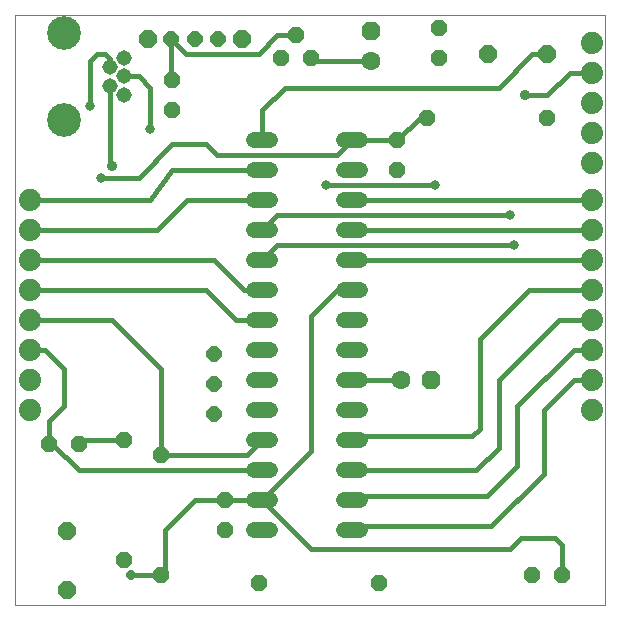
<source format=gtl>
G75*
%MOIN*%
%OFA0B0*%
%FSLAX25Y25*%
%IPPOS*%
%LPD*%
%AMOC8*
5,1,8,0,0,1.08239X$1,22.5*
%
%ADD10C,0.00000*%
%ADD11OC8,0.05200*%
%ADD12C,0.06300*%
%ADD13OC8,0.06300*%
%ADD14C,0.07400*%
%ADD15C,0.05150*%
%ADD16C,0.11220*%
%ADD17OC8,0.05937*%
%ADD18C,0.05200*%
%ADD19OC8,0.05150*%
%ADD20C,0.01600*%
%ADD21C,0.03169*%
%ADD22OC8,0.03169*%
%ADD23C,0.03562*%
D10*
X0001800Y0003050D02*
X0001800Y0199900D01*
X0198650Y0199900D01*
X0198650Y0003050D01*
X0001800Y0003050D01*
D11*
X0038050Y0018050D03*
X0050550Y0013050D03*
X0071800Y0028050D03*
X0071800Y0038050D03*
X0050550Y0053050D03*
X0038050Y0058050D03*
X0023050Y0056800D03*
X0013050Y0056800D03*
X0083050Y0010550D03*
X0123050Y0010550D03*
X0174300Y0013050D03*
X0184300Y0013050D03*
X0129300Y0148050D03*
X0129300Y0158050D03*
X0139300Y0165550D03*
X0143050Y0185550D03*
X0143050Y0195550D03*
X0179300Y0165550D03*
X0100550Y0185550D03*
X0095550Y0193050D03*
X0090550Y0185550D03*
X0054300Y0178050D03*
X0054300Y0168050D03*
D12*
X0120550Y0184300D03*
X0130550Y0078050D03*
D13*
X0140550Y0078050D03*
X0120550Y0194300D03*
D14*
X0194300Y0190550D03*
X0194300Y0180550D03*
X0194300Y0170550D03*
X0194300Y0160550D03*
X0194300Y0150550D03*
X0194300Y0138050D03*
X0194300Y0128050D03*
X0194300Y0118050D03*
X0194300Y0108050D03*
X0194300Y0098050D03*
X0194300Y0088050D03*
X0194300Y0078050D03*
X0194300Y0068050D03*
X0006800Y0068050D03*
X0006800Y0078050D03*
X0006800Y0088050D03*
X0006800Y0098050D03*
X0006800Y0108050D03*
X0006800Y0118050D03*
X0006800Y0128050D03*
X0006800Y0138050D03*
D15*
X0038129Y0173001D03*
X0033404Y0176150D03*
X0038129Y0179300D03*
X0033404Y0182450D03*
X0038129Y0185599D03*
D16*
X0018050Y0193670D03*
X0018050Y0164930D03*
D17*
X0046052Y0191800D03*
X0077548Y0191800D03*
X0159457Y0186800D03*
X0179143Y0186800D03*
X0019300Y0027893D03*
X0019300Y0008207D03*
D18*
X0081700Y0028050D02*
X0086900Y0028050D01*
X0086900Y0038050D02*
X0081700Y0038050D01*
X0081700Y0048050D02*
X0086900Y0048050D01*
X0086900Y0058050D02*
X0081700Y0058050D01*
X0081700Y0068050D02*
X0086900Y0068050D01*
X0086900Y0078050D02*
X0081700Y0078050D01*
X0081700Y0088050D02*
X0086900Y0088050D01*
X0086900Y0098050D02*
X0081700Y0098050D01*
X0081700Y0108050D02*
X0086900Y0108050D01*
X0086900Y0118050D02*
X0081700Y0118050D01*
X0081700Y0128050D02*
X0086900Y0128050D01*
X0086900Y0138050D02*
X0081700Y0138050D01*
X0081700Y0148050D02*
X0086900Y0148050D01*
X0086900Y0158050D02*
X0081700Y0158050D01*
X0111700Y0158050D02*
X0116900Y0158050D01*
X0116900Y0148050D02*
X0111700Y0148050D01*
X0111700Y0138050D02*
X0116900Y0138050D01*
X0116900Y0128050D02*
X0111700Y0128050D01*
X0111700Y0118050D02*
X0116900Y0118050D01*
X0116900Y0108050D02*
X0111700Y0108050D01*
X0111700Y0098050D02*
X0116900Y0098050D01*
X0116900Y0088050D02*
X0111700Y0088050D01*
X0111700Y0078050D02*
X0116900Y0078050D01*
X0116900Y0068050D02*
X0111700Y0068050D01*
X0111700Y0058050D02*
X0116900Y0058050D01*
X0116900Y0048050D02*
X0111700Y0048050D01*
X0111700Y0038050D02*
X0116900Y0038050D01*
X0116900Y0028050D02*
X0111700Y0028050D01*
D19*
X0068050Y0066957D03*
X0068050Y0076800D03*
X0068050Y0086643D03*
X0069674Y0191800D03*
X0061800Y0191800D03*
X0053926Y0191800D03*
D20*
X0058926Y0186800D01*
X0083050Y0186800D01*
X0089300Y0193050D01*
X0095550Y0193050D01*
X0100550Y0185550D02*
X0101800Y0184300D01*
X0120550Y0184300D01*
X0136800Y0165550D02*
X0139300Y0165550D01*
X0136800Y0165550D02*
X0129300Y0158050D01*
X0114300Y0158050D01*
X0109300Y0153050D01*
X0069300Y0153050D01*
X0065550Y0156800D01*
X0054300Y0156800D01*
X0043050Y0145550D01*
X0030550Y0145550D01*
X0034300Y0149300D02*
X0033404Y0150196D01*
X0033404Y0176150D01*
X0038129Y0179300D02*
X0043050Y0179300D01*
X0046800Y0175550D01*
X0046800Y0161800D01*
X0054300Y0148050D02*
X0084300Y0148050D01*
X0084300Y0138050D02*
X0059300Y0138050D01*
X0049300Y0128050D01*
X0006800Y0128050D01*
X0006800Y0138050D02*
X0046800Y0138050D01*
X0054300Y0148050D01*
X0054300Y0178050D02*
X0053926Y0178424D01*
X0053926Y0191800D01*
X0033404Y0185196D02*
X0033404Y0182450D01*
X0033404Y0185196D02*
X0031800Y0186800D01*
X0029300Y0186800D01*
X0026800Y0184300D01*
X0026800Y0169300D01*
X0006800Y0118050D02*
X0068050Y0118050D01*
X0078050Y0108050D01*
X0084300Y0108050D01*
X0084300Y0098050D02*
X0075550Y0098050D01*
X0065550Y0108050D01*
X0006800Y0108050D01*
X0006800Y0098050D02*
X0034300Y0098050D01*
X0050550Y0081800D01*
X0050550Y0053050D01*
X0079300Y0053050D01*
X0084300Y0058050D01*
X0084300Y0048050D02*
X0023050Y0048050D01*
X0014300Y0056800D01*
X0013050Y0056800D02*
X0013050Y0064300D01*
X0018050Y0069300D01*
X0018050Y0081800D01*
X0011800Y0088050D01*
X0006800Y0088050D01*
X0024300Y0058050D02*
X0038050Y0058050D01*
X0024300Y0058050D02*
X0023050Y0056800D01*
X0051800Y0028050D02*
X0061800Y0038050D01*
X0071800Y0038050D01*
X0084300Y0038050D01*
X0100550Y0054300D01*
X0100550Y0099300D01*
X0109300Y0108050D01*
X0114300Y0108050D01*
X0114300Y0118050D02*
X0194300Y0118050D01*
X0194300Y0108050D02*
X0173050Y0108050D01*
X0156800Y0091800D01*
X0156800Y0061800D01*
X0154300Y0059300D01*
X0115550Y0059300D01*
X0114300Y0058050D01*
X0114300Y0048050D02*
X0155550Y0048050D01*
X0163050Y0055550D01*
X0163050Y0078050D01*
X0183050Y0098050D01*
X0194300Y0098050D01*
X0194300Y0088050D02*
X0188050Y0088050D01*
X0169300Y0069300D01*
X0169300Y0049300D01*
X0159300Y0039300D01*
X0115550Y0039300D01*
X0114300Y0038050D01*
X0115550Y0029300D02*
X0114300Y0028050D01*
X0115550Y0029300D02*
X0160550Y0029300D01*
X0178050Y0046800D01*
X0178050Y0068050D01*
X0188050Y0078050D01*
X0194300Y0078050D01*
X0168050Y0123050D02*
X0089300Y0123050D01*
X0084300Y0118050D01*
X0084300Y0128050D02*
X0089300Y0133050D01*
X0166800Y0133050D01*
X0141800Y0143050D02*
X0105550Y0143050D01*
X0114300Y0138050D02*
X0194300Y0138050D01*
X0194300Y0128050D02*
X0114300Y0128050D01*
X0084300Y0158050D02*
X0084300Y0168050D01*
X0091800Y0175550D01*
X0163050Y0175550D01*
X0174300Y0186800D01*
X0179143Y0186800D01*
X0186800Y0180550D02*
X0194300Y0180550D01*
X0186800Y0180550D02*
X0179300Y0173050D01*
X0171800Y0173050D01*
X0130550Y0078050D02*
X0114300Y0078050D01*
X0084300Y0038050D02*
X0100550Y0021800D01*
X0166800Y0021800D01*
X0170550Y0025550D01*
X0181800Y0025550D01*
X0184300Y0023050D01*
X0184300Y0013050D01*
X0051800Y0014300D02*
X0051800Y0028050D01*
X0051800Y0014300D02*
X0050550Y0013050D01*
X0040550Y0013050D01*
D21*
X0105550Y0143050D03*
X0141800Y0143050D03*
X0166800Y0133050D03*
X0168050Y0123050D03*
X0046800Y0161800D03*
X0030550Y0145550D03*
X0026800Y0169300D03*
D22*
X0040550Y0013050D03*
D23*
X0034300Y0149300D03*
X0171800Y0173050D03*
M02*

</source>
